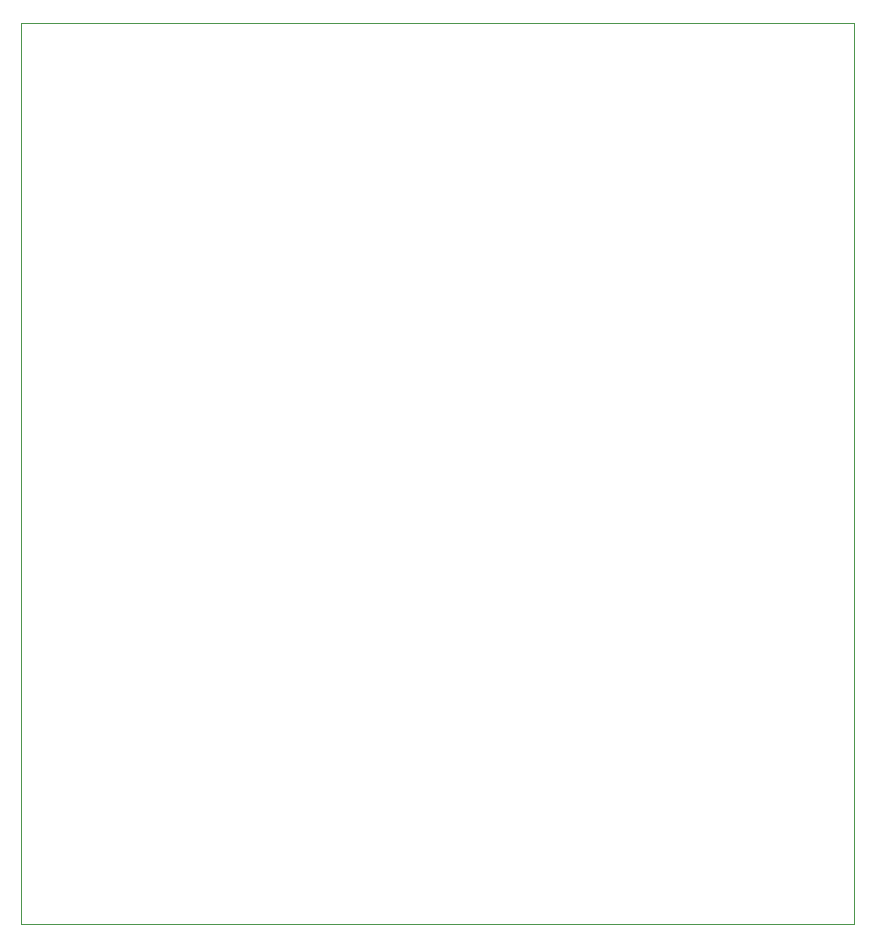
<source format=gbr>
%TF.GenerationSoftware,KiCad,Pcbnew,9.0.1*%
%TF.CreationDate,2025-10-29T09:39:48+01:00*%
%TF.ProjectId,ZoneECU,5a6f6e65-4543-4552-9e6b-696361645f70,rev?*%
%TF.SameCoordinates,Original*%
%TF.FileFunction,Profile,NP*%
%FSLAX46Y46*%
G04 Gerber Fmt 4.6, Leading zero omitted, Abs format (unit mm)*
G04 Created by KiCad (PCBNEW 9.0.1) date 2025-10-29 09:39:48*
%MOMM*%
%LPD*%
G01*
G04 APERTURE LIST*
%TA.AperFunction,Profile*%
%ADD10C,0.050000*%
%TD*%
%TA.AperFunction,Profile*%
%ADD11C,0.025400*%
%TD*%
G04 APERTURE END LIST*
D10*
X165500000Y-153795000D02*
X165500000Y-77500000D01*
X165500000Y-77500000D02*
X95000000Y-77500000D01*
X95000000Y-77500000D02*
X95000000Y-153795000D01*
X95000000Y-153795000D02*
X165500000Y-153795000D01*
D11*
%TO.C,J1*%
X95149600Y-153795000D02*
X165050400Y-153795000D01*
%TD*%
M02*

</source>
